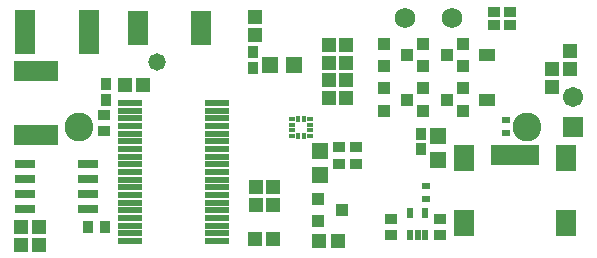
<source format=gts>
G04 Layer_Color=8388736*
%FSLAX25Y25*%
%MOIN*%
G70*
G01*
G75*
%ADD45R,0.01784X0.01883*%
%ADD46R,0.01883X0.01784*%
%ADD47R,0.04343X0.03950*%
%ADD48R,0.04800X0.04800*%
%ADD49R,0.04343X0.03556*%
%ADD50R,0.05800X0.05800*%
%ADD51R,0.03556X0.04343*%
%ADD52R,0.04800X0.04800*%
%ADD53R,0.05800X0.04400*%
%ADD54R,0.04400X0.04400*%
%ADD55R,0.01981X0.03753*%
%ADD56R,0.04343X0.03556*%
%ADD57R,0.03556X0.04343*%
%ADD58R,0.06902X0.03162*%
%ADD59R,0.03162X0.02375*%
%ADD60R,0.07887X0.01981*%
%ADD61R,0.07099X0.11824*%
%ADD62R,0.05800X0.05800*%
%ADD63R,0.07099X0.14579*%
%ADD64R,0.14579X0.07099*%
%ADD65R,0.07099X0.08674*%
%ADD66R,0.03556X0.07099*%
%ADD67C,0.09587*%
%ADD68C,0.06800*%
%ADD69R,0.06706X0.06706*%
%ADD70C,0.06706*%
%ADD71C,0.05800*%
D45*
X98233Y46953D02*
D03*
X100201D02*
D03*
Y41047D02*
D03*
X98233D02*
D03*
D46*
X102170Y44984D02*
D03*
Y43016D02*
D03*
Y41047D02*
D03*
X96264Y43016D02*
D03*
Y44984D02*
D03*
Y46953D02*
D03*
Y41047D02*
D03*
X102170Y46953D02*
D03*
D47*
X112840Y16500D02*
D03*
X104966Y12760D02*
D03*
Y20240D02*
D03*
X134737Y53290D02*
D03*
X126863Y49549D02*
D03*
Y57030D02*
D03*
Y71818D02*
D03*
Y64338D02*
D03*
X134737Y68078D02*
D03*
X140081Y57030D02*
D03*
Y49549D02*
D03*
X147955Y53290D02*
D03*
X140081Y71818D02*
D03*
Y64338D02*
D03*
X147955Y68078D02*
D03*
D48*
X105195Y6205D02*
D03*
X111795D02*
D03*
X40757Y58100D02*
D03*
X46757D02*
D03*
X90100Y6900D02*
D03*
X84100D02*
D03*
X12119Y10740D02*
D03*
X6119D02*
D03*
X12119Y4939D02*
D03*
X6119D02*
D03*
D49*
X163751Y82600D02*
D03*
X168869D02*
D03*
X163751Y77999D02*
D03*
X168869D02*
D03*
D50*
X144900Y33100D02*
D03*
Y41100D02*
D03*
X105695Y28205D02*
D03*
Y36205D02*
D03*
D51*
X34200Y58328D02*
D03*
Y53210D02*
D03*
X139199Y41828D02*
D03*
Y36710D02*
D03*
X83328Y63972D02*
D03*
Y69090D02*
D03*
D52*
X84200Y18300D02*
D03*
Y24300D02*
D03*
X114301Y65569D02*
D03*
Y71569D02*
D03*
Y59768D02*
D03*
Y53768D02*
D03*
X108500Y59768D02*
D03*
Y53768D02*
D03*
Y65569D02*
D03*
Y71569D02*
D03*
X90001Y24300D02*
D03*
Y18300D02*
D03*
X183080Y63598D02*
D03*
Y57598D02*
D03*
X188882Y69600D02*
D03*
Y63600D02*
D03*
X83928Y74662D02*
D03*
Y80662D02*
D03*
D53*
X161328Y53240D02*
D03*
Y68028D02*
D03*
D54*
X153328Y49540D02*
D03*
Y57040D02*
D03*
Y64328D02*
D03*
Y71828D02*
D03*
D55*
X135634Y15580D02*
D03*
X138193Y8100D02*
D03*
X140752Y15580D02*
D03*
X135634Y8100D02*
D03*
X140752D02*
D03*
D56*
X33600Y42748D02*
D03*
Y48260D02*
D03*
X129433Y13513D02*
D03*
Y8002D02*
D03*
X117797Y37327D02*
D03*
Y31815D02*
D03*
X111996D02*
D03*
Y37327D02*
D03*
X145581Y8002D02*
D03*
Y13513D02*
D03*
D57*
X28444Y10740D02*
D03*
X33956D02*
D03*
D58*
X7170Y31877D02*
D03*
Y26877D02*
D03*
Y21877D02*
D03*
Y16877D02*
D03*
X28430D02*
D03*
Y21877D02*
D03*
Y26877D02*
D03*
Y31877D02*
D03*
D59*
X167600Y46365D02*
D03*
Y42035D02*
D03*
X141026Y24506D02*
D03*
Y20175D02*
D03*
D60*
X71434Y6139D02*
D03*
Y8698D02*
D03*
Y11258D02*
D03*
Y13817D02*
D03*
Y16376D02*
D03*
Y18935D02*
D03*
Y21494D02*
D03*
Y24053D02*
D03*
Y26612D02*
D03*
Y29171D02*
D03*
Y31730D02*
D03*
Y34289D02*
D03*
Y36848D02*
D03*
Y39407D02*
D03*
Y41966D02*
D03*
Y44525D02*
D03*
Y47084D02*
D03*
Y49643D02*
D03*
Y52202D02*
D03*
X42300Y6139D02*
D03*
Y8698D02*
D03*
Y11258D02*
D03*
Y13817D02*
D03*
Y16376D02*
D03*
Y18935D02*
D03*
Y21494D02*
D03*
Y24053D02*
D03*
Y26612D02*
D03*
Y29171D02*
D03*
Y31730D02*
D03*
Y34289D02*
D03*
Y36848D02*
D03*
Y39407D02*
D03*
Y41966D02*
D03*
Y44525D02*
D03*
Y47084D02*
D03*
Y49643D02*
D03*
Y52202D02*
D03*
D61*
X44870Y77151D02*
D03*
X66130D02*
D03*
D62*
X97029Y64700D02*
D03*
X89029D02*
D03*
D63*
X7269Y75773D02*
D03*
X28528D02*
D03*
D64*
X11009Y62830D02*
D03*
Y41570D02*
D03*
D65*
X153543Y33913D02*
D03*
X187795D02*
D03*
Y12259D02*
D03*
X153543D02*
D03*
D66*
X176969Y34700D02*
D03*
X173819D02*
D03*
X170669D02*
D03*
X167520D02*
D03*
X164370D02*
D03*
D67*
X25256Y44000D02*
D03*
X174744D02*
D03*
D68*
X133858Y80600D02*
D03*
X149606D02*
D03*
D69*
X189834Y44059D02*
D03*
D70*
Y54059D02*
D03*
D71*
X51200Y65700D02*
D03*
M02*

</source>
